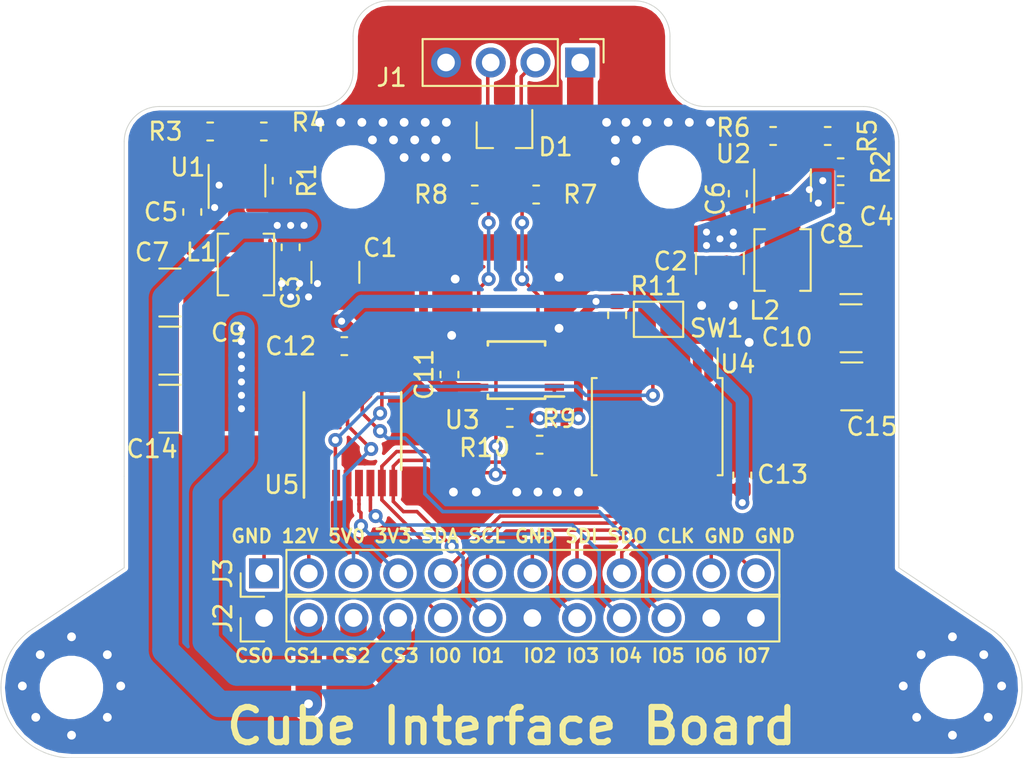
<source format=kicad_pcb>
(kicad_pcb (version 20171130) (host pcbnew 5.1.5-52549c5~84~ubuntu19.04.1)
  (title_block (title "Cube Interface Board") (date 2020-09-15) (rev 2) (company "Oldřich Pecák (LoaDy)") (comment 1 "CERN OHLv2 permissive license?"))
  (layers (0 F.Cu signal) (31 B.Cu signal) (34 B.Paste user) (35 F.Paste user) (36 B.SilkS user) (37 F.SilkS user) (38 B.Mask user) (39 F.Mask user) (44 Edge.Cuts user))
  (net 0 "")
  (net 1 GND)
  (net 2 +12V)
  (net 3 "Net-(C5-Pad2)")
  (net 4 "Net-(C5-Pad1)")
  (net 5 "Net-(C6-Pad2)")
  (net 6 "Net-(C6-Pad1)")
  (net 7 +3V3)
  (net 8 +5V)
  (net 9 "Net-(J2-Pad10)")
  (net 10 "Net-(J2-Pad9)")
  (net 11 "Net-(J2-Pad8)")
  (net 12 /I2C_SCL)
  (net 13 /I2C_SDA)
  (net 14 "Net-(J3-Pad12)")
  (net 15 "Net-(J3-Pad11)")
  (net 16 "Net-(J3-Pad10)")
  (net 17 "Net-(J3-Pad9)")
  (net 18 "Net-(J3-Pad8)")
  (net 19 "Net-(J3-Pad7)")
  (net 20 "Net-(J3-Pad6)")
  (net 21 "Net-(J3-Pad5)")
  (net 22 "Net-(J3-Pad4)")
  (net 23 "Net-(J3-Pad3)")
  (net 24 "Net-(J3-Pad2)")
  (net 25 "Net-(J3-Pad1)")
  (net 26 "Net-(R1-Pad1)")
  (net 27 "Net-(R2-Pad1)")
  (net 28 "Net-(R3-Pad2)")
  (net 29 "Net-(R5-Pad2)")
  (net 30 /RESET)
  (net 31 "Net-(U4-Pad8)")
  (net 32 "Net-(U5-Pad9)")
  (net 33 "Net-(D1-Pad2)")
  (net 34 "Net-(D1-Pad1)")
  (module Package_TO_SOT_SMD:SOT-23 (layer F.Cu) (at 142.9 77.1 270)
    (fp_text reference D1 (at 0.7 -2.9 180) (layer F.SilkS))
    (fp_text value PESD12VS2UT)
    (pad 3 smd rect (at 1 0 270) (size 0.9 0.8) (layers F.Cu F.Paste F.Mask) (net 1 GND))
    (pad 2 smd rect (at -1 0.95 270) (size 0.9 0.8) (layers F.Cu F.Paste F.Mask) (net 33 "Net-(D1-Pad2)"))
    (pad 1 smd rect (at -1 -0.95 270) (size 0.9 0.8) (layers F.Cu F.Paste F.Mask) (net 34 "Net-(D1-Pad1)"))
  )
  (module LoaDy:BOURNS_SRP3020TA (layer F.Cu) (at 158.694 83.27 270)
    (fp_text reference L2 (at 3.81 1.016 180) (layer F.SilkS))
    (fp_text value 4u7)
    (pad 2 smd rect (at 1.9 0 270) (size 1.2 1.8) (drill (offset 0.6 0)) (layers F.Cu F.Paste F.Mask) (net 8 +5V))
    (pad 1 smd rect (at 0 0 270) (size 1.2 1.8) (drill (offset -0.6 0)) (layers F.Cu F.Paste F.Mask) (net 5 "Net-(C6-Pad2)"))
  )
  (module LoaDy:BOURNS_SRP3020TA (layer F.Cu) (at 128.214 83.524 270)
    (fp_text reference L1 (at 0.254 2.54 180) (layer F.SilkS))
    (fp_text value 3u3)
    (pad 2 smd rect (at 1.9 0 270) (size 1.2 1.8) (drill (offset 0.6 0)) (layers F.Cu F.Paste F.Mask) (net 7 +3V3))
    (pad 1 smd rect (at 0 0 270) (size 1.2 1.8) (drill (offset -0.6 0)) (layers F.Cu F.Paste F.Mask) (net 3 "Net-(C5-Pad2)"))
  )
  (module Jumper:SolderJumper-2_P1.3mm_Open_Pad1.0x1.5mm (layer F.Cu) (at 151.65 87.588 180)
    (fp_text reference SW1 (at -3.302 -0.508) (layer F.SilkS))
    (fp_text value RESET)
    (pad 1 smd rect (at -0.65 0 180) (size 1 1.5) (layers F.Cu F.Mask) (net 1 GND))
    (pad 2 smd rect (at 0.65 0 180) (size 1 1.5) (layers F.Cu F.Mask) (net 30 /RESET))
  )
  (module MountingHole:MountingHole_3.2mm_M3_DIN965 (layer F.Cu) (at 168.3 108.5)
    (fp_text reference REF** hide)
    (fp_text value MountingHole_3.2mm_M3_DIN965 hide)
    (pad 1 np_thru_hole circle (at 0 0) (size 3.2 3.2) (drill 3.2) (layers *.Cu *.Mask))
  )
  (module MountingHole:MountingHole_3.2mm_M3_DIN965 (layer F.Cu) (at 118.3 108.5)
    (fp_text reference REF** hide)
    (fp_text value MountingHole_3.2mm_M3_DIN965 hide)
    (pad 1 np_thru_hole circle (at 0 0) (size 3.2 3.2) (drill 3.2) (layers *.Cu *.Mask))
  )
  (module MountingHole:MountingHole_3.2mm_M3_DIN965 (layer F.Cu) (at 152.3 79.5)
    (fp_text reference REF** hide)
    (fp_text value MountingHole_3.2mm_M3_DIN965 hide)
    (pad 1 np_thru_hole circle (at 0 0) (size 3.2 3.2) (drill 3.2) (layers *.Cu *.Mask))
  )
  (module MountingHole:MountingHole_3.2mm_M3_DIN965 (layer F.Cu) (at 134.3 79.5)
    (fp_text reference REF** hide)
    (fp_text value MountingHole_3.2mm_M3_DIN965 hide)
    (pad 1 np_thru_hole circle (at 0 0) (size 3.2 3.2) (drill 3.2) (layers *.Cu *.Mask))
  )
  (module Capacitor_SMD:C_1210_3225Metric (layer F.Cu) (at 162.628 91.398)
    (fp_text reference C15 (at 1.146 2.286) (layer F.SilkS))
    (fp_text value 10u)
    (pad 2 smd roundrect (at 1.4 0) (size 1.25 2.65) (layers F.Cu F.Paste F.Mask) (roundrect_rratio 0.2) (net 1 GND))
    (pad 1 smd roundrect (at -1.4 0) (size 1.25 2.65) (layers F.Cu F.Paste F.Mask) (roundrect_rratio 0.2) (net 8 +5V))
  )
  (module Capacitor_SMD:C_1210_3225Metric (layer F.Cu) (at 123.896 92.668 180)
    (fp_text reference C14 (at 1.016 -2.28) (layer F.SilkS))
    (fp_text value 10u)
    (pad 2 smd roundrect (at 1.4 0 180) (size 1.25 2.65) (layers F.Cu F.Paste F.Mask) (roundrect_rratio 0.2) (net 1 GND))
    (pad 1 smd roundrect (at -1.4 0 180) (size 1.25 2.65) (layers F.Cu F.Paste F.Mask) (roundrect_rratio 0.2) (net 7 +3V3))
  )
  (module Package_SO:TSSOP-16_4.4x5mm_P0.65mm (layer F.Cu) (at 134.31 93.938 90)
    (fp_text reference U5 (at -3.048 -4.064 180) (layer F.SilkS))
    (fp_text value SC18IS602B)
    (pad 16 smd rect (at 2.95 -2.275 90) (size 1.5 0.45) (layers F.Cu F.Paste F.Mask) (net 1 GND))
    (pad 15 smd rect (at 2.95 -1.625 90) (size 1.5 0.45) (layers F.Cu F.Paste F.Mask) (net 1 GND))
    (pad 14 smd rect (at 2.95 -0.975 90) (size 1.5 0.45) (layers F.Cu F.Paste F.Mask) (net 1 GND))
    (pad 13 smd rect (at 2.95 -0.325 90) (size 1.5 0.45) (layers F.Cu F.Paste F.Mask) (net 22 "Net-(J3-Pad4)"))
    (pad 12 smd rect (at 2.95 0.325 90) (size 1.5 0.45) (layers F.Cu F.Paste F.Mask) (net 7 +3V3))
    (pad 11 smd rect (at 2.95 0.975 90) (size 1.5 0.45) (layers F.Cu F.Paste F.Mask) (net 9 "Net-(J2-Pad10)"))
    (pad 10 smd rect (at 2.95 1.625 90) (size 1.5 0.45) (layers F.Cu F.Paste F.Mask) (net 23 "Net-(J3-Pad3)"))
    (pad 9 smd rect (at 2.95 2.275 90) (size 1.5 0.45) (layers F.Cu F.Paste F.Mask) (net 32 "Net-(U5-Pad9)"))
    (pad 8 smd rect (at -2.95 2.275 90) (size 1.5 0.45) (layers F.Cu F.Paste F.Mask) (net 12 /I2C_SCL))
    (pad 7 smd rect (at -2.95 1.625 90) (size 1.5 0.45) (layers F.Cu F.Paste F.Mask) (net 13 /I2C_SDA))
    (pad 6 smd rect (at -2.95 0.975 90) (size 1.5 0.45) (layers F.Cu F.Paste F.Mask) (net 10 "Net-(J2-Pad9)"))
    (pad 5 smd rect (at -2.95 0.325 90) (size 1.5 0.45) (layers F.Cu F.Paste F.Mask) (net 11 "Net-(J2-Pad8)"))
    (pad 4 smd rect (at -2.95 -0.325 90) (size 1.5 0.45) (layers F.Cu F.Paste F.Mask) (net 1 GND))
    (pad 3 smd rect (at -2.95 -0.975 90) (size 1.5 0.45) (layers F.Cu F.Paste F.Mask) (net 30 /RESET))
    (pad 2 smd rect (at -2.95 -1.625 90) (size 1.5 0.45) (layers F.Cu F.Paste F.Mask) (net 24 "Net-(J3-Pad2)"))
    (pad 1 smd rect (at -2.95 -2.275 90) (size 1.5 0.45) (layers F.Cu F.Paste F.Mask) (net 25 "Net-(J3-Pad1)"))
  )
  (module Package_SO:SSOP-20_5.3x7.2mm_P0.65mm (layer F.Cu) (at 151.575 93.684 270)
    (fp_text reference U4 (at -3.556 -4.579 180) (layer F.SilkS))
    (fp_text value MCP23008SS)
    (pad 20 smd roundrect (at 3.5 -2.925 270) (size 1.9 0.5) (layers F.Cu F.Paste F.Mask) (net 7 +3V3))
    (pad 19 smd roundrect (at 3.5 -2.275 270) (size 1.9 0.5) (layers F.Cu F.Paste F.Mask) (net 14 "Net-(J3-Pad12)"))
    (pad 18 smd roundrect (at 3.5 -1.625 270) (size 1.9 0.5) (layers F.Cu F.Paste F.Mask) (net 15 "Net-(J3-Pad11)"))
    (pad 17 smd roundrect (at 3.5 -0.975 270) (size 1.9 0.5) (layers F.Cu F.Paste F.Mask) (net 16 "Net-(J3-Pad10)"))
    (pad 16 smd roundrect (at 3.5 -0.325 270) (size 1.9 0.5) (layers F.Cu F.Paste F.Mask) (net 17 "Net-(J3-Pad9)"))
    (pad 15 smd roundrect (at 3.5 0.325 270) (size 1.9 0.5) (layers F.Cu F.Paste F.Mask) (net 18 "Net-(J3-Pad8)"))
    (pad 14 smd roundrect (at 3.5 0.975 270) (size 1.9 0.5) (layers F.Cu F.Paste F.Mask) (net 19 "Net-(J3-Pad7)"))
    (pad 13 smd roundrect (at 3.5 1.625 270) (size 1.9 0.5) (layers F.Cu F.Paste F.Mask) (net 20 "Net-(J3-Pad6)"))
    (pad 12 smd roundrect (at 3.5 2.275 270) (size 1.9 0.5) (layers F.Cu F.Paste F.Mask) (net 21 "Net-(J3-Pad5)"))
    (pad 11 smd roundrect (at 3.5 2.925 270) (size 1.9 0.5) (layers F.Cu F.Paste F.Mask))
    (pad 10 smd roundrect (at -3.5 2.925 270) (size 1.9 0.5) (layers F.Cu F.Paste F.Mask))
    (pad 9 smd roundrect (at -3.5 2.275 270) (size 1.9 0.5) (layers F.Cu F.Paste F.Mask) (net 1 GND))
    (pad 8 smd roundrect (at -3.5 1.625 270) (size 1.9 0.5) (layers F.Cu F.Paste F.Mask) (net 31 "Net-(U4-Pad8)"))
    (pad 7 smd roundrect (at -3.5 0.975 270) (size 1.9 0.5) (layers F.Cu F.Paste F.Mask))
    (pad 6 smd roundrect (at -3.5 0.325 270) (size 1.9 0.5) (layers F.Cu F.Paste F.Mask) (net 30 /RESET))
    (pad 5 smd roundrect (at -3.5 -0.325 270) (size 1.9 0.5) (layers F.Cu F.Paste F.Mask) (net 1 GND))
    (pad 4 smd roundrect (at -3.5 -0.975 270) (size 1.9 0.5) (layers F.Cu F.Paste F.Mask) (net 1 GND))
    (pad 3 smd roundrect (at -3.5 -1.625 270) (size 1.9 0.5) (layers F.Cu F.Paste F.Mask) (net 1 GND))
    (pad 2 smd roundrect (at -3.5 -2.275 270) (size 1.9 0.5) (layers F.Cu F.Paste F.Mask) (net 13 /I2C_SDA))
    (pad 1 smd roundrect (at -3.5 -2.925 270) (size 1.9 0.5) (layers F.Cu F.Paste F.Mask) (net 12 /I2C_SCL))
  )
  (module Package_SO:TSSOP-8_3x3mm_P0.65mm (layer F.Cu) (at 143.583 90.473 180)
    (fp_text reference U3 (at 3.083 -2.827) (layer F.SilkS))
    (fp_text value PCA9600DP)
    (pad 8 smd rect (at 2.15 -0.975 180) (size 1.1 0.4) (layers F.Cu F.Paste F.Mask) (net 2 +12V))
    (pad 7 smd rect (at 2.15 -0.325 180) (size 1.1 0.4) (layers F.Cu F.Paste F.Mask) (net 12 /I2C_SCL))
    (pad 6 smd rect (at 2.15 0.325 180) (size 1.1 0.4) (layers F.Cu F.Paste F.Mask) (net 33 "Net-(D1-Pad2)"))
    (pad 5 smd rect (at 2.15 0.975 180) (size 1.1 0.4) (layers F.Cu F.Paste F.Mask) (net 33 "Net-(D1-Pad2)"))
    (pad 4 smd rect (at -2.15 0.975 180) (size 1.1 0.4) (layers F.Cu F.Paste F.Mask) (net 1 GND))
    (pad 3 smd rect (at -2.15 0.325 180) (size 1.1 0.4) (layers F.Cu F.Paste F.Mask) (net 34 "Net-(D1-Pad1)"))
    (pad 2 smd rect (at -2.15 -0.325 180) (size 1.1 0.4) (layers F.Cu F.Paste F.Mask) (net 34 "Net-(D1-Pad1)"))
    (pad 1 smd rect (at -2.15 -0.975 180) (size 1.1 0.4) (layers F.Cu F.Paste F.Mask) (net 13 /I2C_SDA))
  )
  (module Package_TO_SOT_SMD:SOT-23-6 (layer F.Cu) (at 158.694 79.968 90)
    (fp_text reference U2 (at 1.778 -2.794 180) (layer F.SilkS))
    (fp_text value TPS563200)
    (pad 5 smd rect (at 1.1 0 90) (size 1.06 0.65) (layers F.Cu F.Paste F.Mask) (net 27 "Net-(R2-Pad1)"))
    (pad 6 smd rect (at 1.1 -0.95 90) (size 1.06 0.65) (layers F.Cu F.Paste F.Mask) (net 6 "Net-(C6-Pad1)"))
    (pad 4 smd rect (at 1.1 0.95 90) (size 1.06 0.65) (layers F.Cu F.Paste F.Mask) (net 29 "Net-(R5-Pad2)"))
    (pad 3 smd rect (at -1.1 0.95 90) (size 1.06 0.65) (layers F.Cu F.Paste F.Mask) (net 2 +12V))
    (pad 2 smd rect (at -1.1 0 90) (size 1.06 0.65) (layers F.Cu F.Paste F.Mask) (net 5 "Net-(C6-Pad2)"))
    (pad 1 smd rect (at -1.1 -0.95 90) (size 1.06 0.65) (layers F.Cu F.Paste F.Mask) (net 1 GND))
  )
  (module Package_TO_SOT_SMD:SOT-23-6 (layer F.Cu) (at 127.706 79.714 90)
    (fp_text reference U1 (at 0.762 -2.794 180) (layer F.SilkS))
    (fp_text value TPS563200)
    (pad 5 smd rect (at 1.1 0 90) (size 1.06 0.65) (layers F.Cu F.Paste F.Mask) (net 26 "Net-(R1-Pad1)"))
    (pad 6 smd rect (at 1.1 -0.95 90) (size 1.06 0.65) (layers F.Cu F.Paste F.Mask) (net 4 "Net-(C5-Pad1)"))
    (pad 4 smd rect (at 1.1 0.95 90) (size 1.06 0.65) (layers F.Cu F.Paste F.Mask) (net 28 "Net-(R3-Pad2)"))
    (pad 3 smd rect (at -1.1 0.95 90) (size 1.06 0.65) (layers F.Cu F.Paste F.Mask) (net 2 +12V))
    (pad 2 smd rect (at -1.1 0 90) (size 1.06 0.65) (layers F.Cu F.Paste F.Mask) (net 3 "Net-(C5-Pad2)"))
    (pad 1 smd rect (at -1.1 -0.95 90) (size 1.06 0.65) (layers F.Cu F.Paste F.Mask) (net 1 GND))
  )
  (module Resistor_SMD:R_0603_1608Metric (layer F.Cu) (at 149.3 87.3595 270)
    (fp_text reference R11 (at -1.6595 -2.2 180) (layer F.SilkS))
    (fp_text value 4K7)
    (pad 2 smd roundrect (at 0.7875 0 270) (size 0.875 0.95) (layers F.Cu F.Paste F.Mask) (net 30 /RESET))
    (pad 1 smd roundrect (at -0.7875 0 270) (size 0.875 0.95) (layers F.Cu F.Paste F.Mask) (net 7 +3V3))
  )
  (module Resistor_SMD:R_0603_1608Metric (layer F.Cu) (at 144.8985 94.712)
    (fp_text reference R10 (at -3.1295 0.175) (layer F.SilkS))
    (fp_text value 4K7)
    (pad 2 smd roundrect (at 0.7875 0) (size 0.875 0.95) (layers F.Cu F.Paste F.Mask) (net 13 /I2C_SDA))
    (pad 1 smd roundrect (at -0.7875 0) (size 0.875 0.95) (layers F.Cu F.Paste F.Mask) (net 7 +3V3))
  )
  (module Resistor_SMD:R_0603_1608Metric (layer F.Cu) (at 143.202 93.188 180)
    (fp_text reference R9 (at -2.798 -0.048) (layer F.SilkS))
    (fp_text value 4K7)
    (pad 2 smd roundrect (at 0.7875 0 180) (size 0.875 0.95) (layers F.Cu F.Paste F.Mask) (net 12 /I2C_SCL))
    (pad 1 smd roundrect (at -0.7875 0 180) (size 0.875 0.95) (layers F.Cu F.Paste F.Mask) (net 7 +3V3))
  )
  (module Resistor_SMD:R_0603_1608Metric (layer F.Cu) (at 141.2125 80.5)
    (fp_text reference R8 (at -2.484 0) (layer F.SilkS))
    (fp_text value 2K2)
    (pad 2 smd roundrect (at 0.7875 0) (size 0.875 0.95) (layers F.Cu F.Paste F.Mask) (net 33 "Net-(D1-Pad2)"))
    (pad 1 smd roundrect (at -0.7875 0) (size 0.875 0.95) (layers F.Cu F.Paste F.Mask) (net 2 +12V))
  )
  (module Resistor_SMD:R_0603_1608Metric (layer F.Cu) (at 144.7 80.5 180)
    (fp_text reference R7 (at -2.5 0) (layer F.SilkS))
    (fp_text value 2K2)
    (pad 2 smd roundrect (at 0.7875 0 180) (size 0.875 0.95) (layers F.Cu F.Paste F.Mask) (net 34 "Net-(D1-Pad1)"))
    (pad 1 smd roundrect (at -0.7875 0 180) (size 0.875 0.95) (layers F.Cu F.Paste F.Mask) (net 2 +12V))
  )
  (module Resistor_SMD:R_0603_1608Metric (layer F.Cu) (at 158.1605 77.174 180)
    (fp_text reference R6 (at 2.2605 0.474) (layer F.SilkS))
    (fp_text value 10K)
    (pad 2 smd roundrect (at 0.7875 0 180) (size 0.875 0.95) (layers F.Cu F.Paste F.Mask) (net 1 GND))
    (pad 1 smd roundrect (at -0.7875 0 180) (size 0.875 0.95) (layers F.Cu F.Paste F.Mask) (net 29 "Net-(R5-Pad2)"))
  )
  (module Resistor_SMD:R_0603_1608Metric (layer F.Cu) (at 161.2595 77.174 180)
    (fp_text reference R5 (at -2.2605 0 270) (layer F.SilkS))
    (fp_text value 54K9)
    (pad 2 smd roundrect (at 0.7875 0 180) (size 0.875 0.95) (layers F.Cu F.Paste F.Mask) (net 29 "Net-(R5-Pad2)"))
    (pad 1 smd roundrect (at -0.7875 0 180) (size 0.875 0.95) (layers F.Cu F.Paste F.Mask) (net 8 +5V))
  )
  (module Resistor_SMD:R_0603_1608Metric (layer F.Cu) (at 129.23 76.92)
    (fp_text reference R4 (at 2.54 -0.508) (layer F.SilkS))
    (fp_text value 10K)
    (pad 2 smd roundrect (at 0.7875 0) (size 0.875 0.95) (layers F.Cu F.Paste F.Mask) (net 1 GND))
    (pad 1 smd roundrect (at -0.7875 0) (size 0.875 0.95) (layers F.Cu F.Paste F.Mask) (net 28 "Net-(R3-Pad2)"))
  )
  (module Resistor_SMD:R_0603_1608Metric (layer F.Cu) (at 126.182 76.92)
    (fp_text reference R3 (at -2.54 0) (layer F.SilkS))
    (fp_text value 33K2)
    (pad 2 smd roundrect (at 0.7875 0) (size 0.875 0.95) (layers F.Cu F.Paste F.Mask) (net 28 "Net-(R3-Pad2)"))
    (pad 1 smd roundrect (at -0.7875 0) (size 0.875 0.95) (layers F.Cu F.Paste F.Mask) (net 7 +3V3))
  )
  (module Resistor_SMD:R_0603_1608Metric (layer F.Cu) (at 161.996 78.952 180)
    (fp_text reference R2 (at -2.286 0 90) (layer F.SilkS))
    (fp_text value 10K)
    (pad 2 smd roundrect (at 0.7875 0 180) (size 0.875 0.95) (layers F.Cu F.Paste F.Mask) (net 2 +12V))
    (pad 1 smd roundrect (at -0.7875 0 180) (size 0.875 0.95) (layers F.Cu F.Paste F.Mask) (net 27 "Net-(R2-Pad1)"))
  )
  (module Resistor_SMD:R_0603_1608Metric (layer F.Cu) (at 130.246 79.714 270)
    (fp_text reference R1 (at 0 -1.43 90) (layer F.SilkS))
    (fp_text value 10K)
    (pad 2 smd roundrect (at 0.7875 0 270) (size 0.875 0.95) (layers F.Cu F.Paste F.Mask) (net 2 +12V))
    (pad 1 smd roundrect (at -0.7875 0 270) (size 0.875 0.95) (layers F.Cu F.Paste F.Mask) (net 26 "Net-(R1-Pad1)"))
  )
  (module Connector_PinHeader_2.54mm:PinHeader_1x12_P2.54mm_Vertical (layer F.Cu) (at 129.243 102.017 90)
    (fp_text reference J3 (at 0 -2.33 90) (layer F.SilkS))
    (fp_text value Conn_01x12)
    (pad 12 thru_hole oval (at 0 27.94 90) (size 1.7 1.7) (drill 1) (layers *.Cu *.Mask) (net 14 "Net-(J3-Pad12)"))
    (pad 11 thru_hole oval (at 0 25.4 90) (size 1.7 1.7) (drill 1) (layers *.Cu *.Mask) (net 15 "Net-(J3-Pad11)"))
    (pad 10 thru_hole oval (at 0 22.86 90) (size 1.7 1.7) (drill 1) (layers *.Cu *.Mask) (net 16 "Net-(J3-Pad10)"))
    (pad 9 thru_hole oval (at 0 20.32 90) (size 1.7 1.7) (drill 1) (layers *.Cu *.Mask) (net 17 "Net-(J3-Pad9)"))
    (pad 8 thru_hole oval (at 0 17.78 90) (size 1.7 1.7) (drill 1) (layers *.Cu *.Mask) (net 18 "Net-(J3-Pad8)"))
    (pad 7 thru_hole oval (at 0 15.24 90) (size 1.7 1.7) (drill 1) (layers *.Cu *.Mask) (net 19 "Net-(J3-Pad7)"))
    (pad 6 thru_hole oval (at 0 12.7 90) (size 1.7 1.7) (drill 1) (layers *.Cu *.Mask) (net 20 "Net-(J3-Pad6)"))
    (pad 5 thru_hole oval (at 0 10.16 90) (size 1.7 1.7) (drill 1) (layers *.Cu *.Mask) (net 21 "Net-(J3-Pad5)"))
    (pad 4 thru_hole oval (at 0 7.62 90) (size 1.7 1.7) (drill 1) (layers *.Cu *.Mask) (net 22 "Net-(J3-Pad4)"))
    (pad 3 thru_hole oval (at 0 5.08 90) (size 1.7 1.7) (drill 1) (layers *.Cu *.Mask) (net 23 "Net-(J3-Pad3)"))
    (pad 2 thru_hole oval (at 0 2.54 90) (size 1.7 1.7) (drill 1) (layers *.Cu *.Mask) (net 24 "Net-(J3-Pad2)"))
    (pad 1 thru_hole rect (at 0 0 90) (size 1.7 1.7) (drill 1) (layers *.Cu *.Mask) (net 25 "Net-(J3-Pad1)"))
  )
  (module Connector_PinHeader_2.54mm:PinHeader_1x12_P2.54mm_Vertical (layer F.Cu) (at 129.243 104.557 90)
    (fp_text reference J2 (at 0 -2.33 90) (layer F.SilkS))
    (fp_text value Conn_01x12)
    (pad 12 thru_hole oval (at 0 27.94 90) (size 1.7 1.7) (drill 1) (layers *.Cu *.Mask) (net 1 GND))
    (pad 11 thru_hole oval (at 0 25.4 90) (size 1.7 1.7) (drill 1) (layers *.Cu *.Mask) (net 1 GND))
    (pad 10 thru_hole oval (at 0 22.86 90) (size 1.7 1.7) (drill 1) (layers *.Cu *.Mask) (net 9 "Net-(J2-Pad10)"))
    (pad 9 thru_hole oval (at 0 20.32 90) (size 1.7 1.7) (drill 1) (layers *.Cu *.Mask) (net 10 "Net-(J2-Pad9)"))
    (pad 8 thru_hole oval (at 0 17.78 90) (size 1.7 1.7) (drill 1) (layers *.Cu *.Mask) (net 11 "Net-(J2-Pad8)"))
    (pad 7 thru_hole oval (at 0 15.24 90) (size 1.7 1.7) (drill 1) (layers *.Cu *.Mask) (net 1 GND))
    (pad 6 thru_hole oval (at 0 12.7 90) (size 1.7 1.7) (drill 1) (layers *.Cu *.Mask) (net 12 /I2C_SCL))
    (pad 5 thru_hole oval (at 0 10.16 90) (size 1.7 1.7) (drill 1) (layers *.Cu *.Mask) (net 13 /I2C_SDA))
    (pad 4 thru_hole oval (at 0 7.62 90) (size 1.7 1.7) (drill 1) (layers *.Cu *.Mask) (net 7 +3V3))
    (pad 3 thru_hole oval (at 0 5.08 90) (size 1.7 1.7) (drill 1) (layers *.Cu *.Mask) (net 8 +5V))
    (pad 2 thru_hole oval (at 0 2.54 90) (size 1.7 1.7) (drill 1) (layers *.Cu *.Mask) (net 2 +12V))
    (pad 1 thru_hole rect (at 0 0 90) (size 1.7 1.7) (drill 1) (layers *.Cu *.Mask) (net 1 GND))
  )
  (module Connector_PinHeader_2.54mm:PinHeader_1x04_P2.54mm_Vertical (layer F.Cu) (at 147.2 73 270)
    (fp_text reference J1 (at 0.856 10.71 180) (layer F.SilkS))
    (fp_text value INPUT)
    (pad 4 thru_hole oval (at 0 7.62 270) (size 1.7 1.7) (drill 1) (layers *.Cu *.Mask) (net 1 GND))
    (pad 3 thru_hole oval (at 0 5.08 270) (size 1.7 1.7) (drill 1) (layers *.Cu *.Mask) (net 33 "Net-(D1-Pad2)"))
    (pad 2 thru_hole oval (at 0 2.54 270) (size 1.7 1.7) (drill 1) (layers *.Cu *.Mask) (net 34 "Net-(D1-Pad1)"))
    (pad 1 thru_hole rect (at 0 0 270) (size 1.7 1.7) (drill 1) (layers *.Cu *.Mask) (net 2 +12V))
  )
  (module Capacitor_SMD:C_0603_1608Metric (layer F.Cu) (at 156.408 96.4525 90)
    (fp_text reference C13 (at 0.0525 2.292 180) (layer F.SilkS))
    (fp_text value 100n)
    (pad 2 smd roundrect (at 0.7875 0 90) (size 0.875 0.95) (layers F.Cu F.Paste F.Mask) (net 1 GND))
    (pad 1 smd roundrect (at -0.7875 0 90) (size 0.875 0.95) (layers F.Cu F.Paste F.Mask) (net 7 +3V3))
  )
  (module Capacitor_SMD:C_0603_1608Metric (layer F.Cu) (at 133.802 89.112 180)
    (fp_text reference C12 (at 3.048 0) (layer F.SilkS))
    (fp_text value 100n)
    (pad 2 smd roundrect (at 0.7875 0 180) (size 0.875 0.95) (layers F.Cu F.Paste F.Mask) (net 1 GND))
    (pad 1 smd roundrect (at -0.7875 0 180) (size 0.875 0.95) (layers F.Cu F.Paste F.Mask) (net 7 +3V3))
  )
  (module Capacitor_SMD:C_0603_1608Metric (layer F.Cu) (at 139.773 90.727 90)
    (fp_text reference C11 (at 0 -1.43 90) (layer F.SilkS))
    (fp_text value 100n)
    (pad 2 smd roundrect (at 0.7875 0 90) (size 0.875 0.95) (layers F.Cu F.Paste F.Mask) (net 1 GND))
    (pad 1 smd roundrect (at -0.7875 0 90) (size 0.875 0.95) (layers F.Cu F.Paste F.Mask) (net 2 +12V))
  )
  (module Capacitor_SMD:C_1210_3225Metric (layer F.Cu) (at 162.584 88.096)
    (fp_text reference C10 (at -3.636 0.508) (layer F.SilkS))
    (fp_text value 10u)
    (pad 2 smd roundrect (at 1.4 0) (size 1.25 2.65) (layers F.Cu F.Paste F.Mask) (roundrect_rratio 0.2) (net 1 GND))
    (pad 1 smd roundrect (at -1.4 0) (size 1.25 2.65) (layers F.Cu F.Paste F.Mask) (roundrect_rratio 0.2) (net 8 +5V))
  )
  (module Capacitor_SMD:C_1210_3225Metric (layer F.Cu) (at 123.896 89.366 180)
    (fp_text reference C9 (at -3.302 1.016) (layer F.SilkS))
    (fp_text value 10u)
    (pad 2 smd roundrect (at 1.4 0 180) (size 1.25 2.65) (layers F.Cu F.Paste F.Mask) (roundrect_rratio 0.2) (net 1 GND))
    (pad 1 smd roundrect (at -1.4 0 180) (size 1.25 2.65) (layers F.Cu F.Paste F.Mask) (roundrect_rratio 0.2) (net 7 +3V3))
  )
  (module Capacitor_SMD:C_1210_3225Metric (layer F.Cu) (at 162.584 84.794)
    (fp_text reference C8 (at -0.842 -2.032) (layer F.SilkS))
    (fp_text value 10u)
    (pad 2 smd roundrect (at 1.4 0) (size 1.25 2.65) (layers F.Cu F.Paste F.Mask) (roundrect_rratio 0.2) (net 1 GND))
    (pad 1 smd roundrect (at -1.4 0) (size 1.25 2.65) (layers F.Cu F.Paste F.Mask) (roundrect_rratio 0.2) (net 8 +5V))
  )
  (module Capacitor_SMD:C_1210_3225Metric (layer F.Cu) (at 123.896 86.064 180)
    (fp_text reference C7 (at 1.016 2.286) (layer F.SilkS))
    (fp_text value 10u)
    (pad 2 smd roundrect (at 1.4 0 180) (size 1.25 2.65) (layers F.Cu F.Paste F.Mask) (roundrect_rratio 0.2) (net 1 GND))
    (pad 1 smd roundrect (at -1.4 0 180) (size 1.25 2.65) (layers F.Cu F.Paste F.Mask) (roundrect_rratio 0.2) (net 7 +3V3))
  )
  (module Capacitor_SMD:C_0603_1608Metric (layer F.Cu) (at 156.154 80.4505 270)
    (fp_text reference C6 (at 0.2795 1.27 90) (layer F.SilkS))
    (fp_text value 100n)
    (pad 2 smd roundrect (at 0.7875 0 270) (size 0.875 0.95) (layers F.Cu F.Paste F.Mask) (net 5 "Net-(C6-Pad2)"))
    (pad 1 smd roundrect (at -0.7875 0 270) (size 0.875 0.95) (layers F.Cu F.Paste F.Mask) (net 6 "Net-(C6-Pad1)"))
  )
  (module Capacitor_SMD:C_0603_1608Metric (layer F.Cu) (at 125.166 81.492 270)
    (fp_text reference C5 (at 0 1.778 180) (layer F.SilkS))
    (fp_text value 100n)
    (pad 2 smd roundrect (at 0.7875 0 270) (size 0.875 0.95) (layers F.Cu F.Paste F.Mask) (net 3 "Net-(C5-Pad2)"))
    (pad 1 smd roundrect (at -0.7875 0 270) (size 0.875 0.95) (layers F.Cu F.Paste F.Mask) (net 4 "Net-(C5-Pad1)"))
  )
  (module Capacitor_SMD:C_0603_1608Metric (layer F.Cu) (at 161.996 80.476)
    (fp_text reference C4 (at 2.032 1.27) (layer F.SilkS))
    (fp_text value 100n)
    (pad 2 smd roundrect (at 0.7875 0) (size 0.875 0.95) (layers F.Cu F.Paste F.Mask) (net 1 GND))
    (pad 1 smd roundrect (at -0.7875 0) (size 0.875 0.95) (layers F.Cu F.Paste F.Mask) (net 2 +12V))
  )
  (module Capacitor_SMD:C_0603_1608Metric (layer F.Cu) (at 130.754 83.4985 270)
    (fp_text reference C3 (at 2.5655 0 90) (layer F.SilkS))
    (fp_text value 100n)
    (pad 2 smd roundrect (at 0.7875 0 270) (size 0.875 0.95) (layers F.Cu F.Paste F.Mask) (net 1 GND))
    (pad 1 smd roundrect (at -0.7875 0 270) (size 0.875 0.95) (layers F.Cu F.Paste F.Mask) (net 2 +12V))
  )
  (module Capacitor_SMD:C_1210_3225Metric (layer F.Cu) (at 155.138 84.416 270)
    (fp_text reference C2 (at -0.124 2.794 180) (layer F.SilkS))
    (fp_text value 10u)
    (pad 2 smd roundrect (at 1.4 0 270) (size 1.25 2.65) (layers F.Cu F.Paste F.Mask) (roundrect_rratio 0.2) (net 1 GND))
    (pad 1 smd roundrect (at -1.4 0 270) (size 1.25 2.65) (layers F.Cu F.Paste F.Mask) (roundrect_rratio 0.2) (net 2 +12V))
  )
  (module Capacitor_SMD:C_1210_3225Metric (layer F.Cu) (at 133.294 84.918 270)
    (fp_text reference C1 (at -1.394 -2.54 180) (layer F.SilkS))
    (fp_text value 10u)
    (pad 2 smd roundrect (at 1.4 0 270) (size 1.25 2.65) (layers F.Cu F.Paste F.Mask) (roundrect_rratio 0.2) (net 1 GND))
    (pad 1 smd roundrect (at -1.4 0 270) (size 1.25 2.65) (layers F.Cu F.Paste F.Mask) (roundrect_rratio 0.2) (net 2 +12V))
  )
  (gr_arc (start 154.3 73.5) (end 152.3 73.5) (angle -90) (layer Edge.Cuts) (width 0.05))
  (gr_arc (start 132.3 73.5) (end 132.3 75.5) (angle -90) (layer Edge.Cuts) (width 0.05))
  (gr_arc (start 136.3 71.5) (end 136.3 69.5) (angle -90) (layer Edge.Cuts) (width 0.05))
  (gr_arc (start 150.3 71.5) (end 152.3 71.5) (angle -90) (layer Edge.Cuts) (width 0.05))
  (gr_line (start 134.3 73.5) (end 134.3 71.5) (layer Edge.Cuts) (width 0.05))
  (gr_line (start 123.3 75.5) (end 132.3 75.5) (layer Edge.Cuts) (width 0.05))
  (gr_line (start 152.3 73.5) (end 152.3 71.5) (layer Edge.Cuts) (width 0.05))
  (gr_line (start 163.3 75.5) (end 154.3 75.5) (layer Edge.Cuts) (width 0.05))
  (gr_arc (start 123.3 77.5) (end 123.3 75.5) (angle -90) (layer Edge.Cuts) (width 0.05))
  (gr_arc (start 163.3 77.5) (end 165.3 77.5) (angle -90) (layer Edge.Cuts) (width 0.05))
  (gr_text "Cube Interface Board" (at 143.3 110.7) (layer F.SilkS) (effects (font (size 2 2) (thickness 0.35))))
  (gr_line (start 121.3 101.7) (end 121.3 96.5) (layer Edge.Cuts) (width 0.05))
  (gr_line (start 115.9 105.300001) (end 121.3 101.7) (layer Edge.Cuts) (width 0.05))
  (gr_line (start 165.3 101.7) (end 165.3 96.5) (layer Edge.Cuts) (width 0.05))
  (gr_line (start 170.7 105.3) (end 165.3 101.7) (layer Edge.Cuts) (width 0.05))
  (gr_arc (start 118.3 108.5) (end 115.9 105.300001) (angle -53.13010235) (layer Edge.Cuts) (width 0.05))
  (gr_arc (start 118.3 108.5) (end 114.3 108.5) (angle -90) (layer Edge.Cuts) (width 0.05))
  (gr_arc (start 168.3 108.5) (end 168.3 112.5) (angle -143.1301024) (layer Edge.Cuts) (width 0.05))
  (gr_text " IO2 IO3 IO4 IO5 IO6 IO7" (at 150.7 106.7) (layer F.SilkS) (effects (font (size 0.75 0.75))))
  (gr_text "GND 12V 5V0 3V3 SDA SCL GND SDI SDO CLK GND GND" (at 127.3 99.9) (layer F.SilkS) (effects (font (size 0.75 0.75)) (justify left)))
  (gr_text "CS0 CS1 CS2 CS3 IO0 IO1" (at 127.5 106.7) (layer F.SilkS) (effects (font (size 0.75 0.75)) (justify left)))
  (gr_line (start 165.3 77.5) (end 165.3 96.5) (layer Edge.Cuts) (width 0.05))
  (gr_line (start 136.3 69.5) (end 150.3 69.5) (layer Edge.Cuts) (width 0.05))
  (gr_line (start 121.3 96.5) (end 121.3 77.5) (layer Edge.Cuts) (width 0.05))
  (gr_line (start 168.3 112.5) (end 118.3 112.5) (layer Edge.Cuts) (width 0.05))
  (gr_line (start 172.3 108.5) (end 172.3 108.5) (layer Edge.Cuts) (width 0.05))
  (via (at 126.436 81.238) (size 0.8) (drill 0.4) (layers F.Cu B.Cu) (net 1))
  (via (at 126.69 79.968) (size 0.8) (drill 0.4) (layers F.Cu B.Cu) (net 1))
  (via (at 130.246 85.556) (size 0.8) (drill 0.4) (layers F.Cu B.Cu) (net 1))
  (via (at 131.262 85.556) (size 0.8) (drill 0.4) (layers F.Cu B.Cu) (net 1))
  (via (at 132.278 85.556) (size 0.8) (drill 0.4) (layers F.Cu B.Cu) (net 1))
  (via (at 130.754 86.318) (size 0.8) (drill 0.4) (layers F.Cu B.Cu) (net 1))
  (via (at 131.77 86.318) (size 0.8) (drill 0.4) (layers F.Cu B.Cu) (net 1))
  (via (at 168.346 105.622) (size 1) (drill 0.5) (layers F.Cu B.Cu) (net 1))
  (via (at 168.346 111.21) (size 1) (drill 0.5) (layers F.Cu B.Cu) (net 1))
  (via (at 171.14 108.416) (size 1) (drill 0.5) (layers F.Cu B.Cu) (net 1))
  (via (at 165.552 108.416) (size 1) (drill 0.5) (layers F.Cu B.Cu) (net 1))
  (via (at 166.568 106.638) (size 1) (drill 0.5) (layers F.Cu B.Cu) (net 1))
  (via (at 170.124 106.638) (size 1) (drill 0.5) (layers F.Cu B.Cu) (net 1))
  (via (at 170.378 110.194) (size 1) (drill 0.5) (layers F.Cu B.Cu) (net 1))
  (via (at 166.314 110.194) (size 1) (drill 0.5) (layers F.Cu B.Cu) (net 1))
  (via (at 118.308 105.622) (size 1) (drill 0.5) (layers F.Cu B.Cu) (net 1))
  (via (at 118.308 111.21) (size 1) (drill 0.5) (layers F.Cu B.Cu) (net 1))
  (via (at 121.102 108.416) (size 1) (drill 0.5) (layers F.Cu B.Cu) (net 1))
  (via (at 115.514 108.416) (size 1) (drill 0.5) (layers F.Cu B.Cu) (net 1))
  (via (at 116.53 106.638) (size 1) (drill 0.5) (layers F.Cu B.Cu) (net 1))
  (via (at 120.34 106.638) (size 1) (drill 0.5) (layers F.Cu B.Cu) (net 1))
  (via (at 120.34 110.194) (size 1) (drill 0.5) (layers F.Cu B.Cu) (net 1))
  (via (at 116.276 110.194) (size 1) (drill 0.5) (layers F.Cu B.Cu) (net 1))
  (via (at 147.1 97.4) (size 1) (drill 0.5) (layers F.Cu B.Cu) (net 1))
  (via (at 145.9 97.4) (size 1) (drill 0.5) (layers F.Cu B.Cu) (net 1))
  (via (at 144.8 97.4) (size 1) (drill 0.5) (layers F.Cu B.Cu) (net 1))
  (via (at 143.6 97.4) (size 1) (drill 0.5) (layers F.Cu B.Cu) (net 1))
  (via (at 141.3 97.4) (size 1) (drill 0.5) (layers F.Cu B.Cu) (net 1))
  (via (at 140 97.4) (size 1) (drill 0.5) (layers F.Cu B.Cu) (net 1))
  (via (at 146 88.1) (size 1) (drill 0.5) (layers F.Cu B.Cu) (net 1))
  (via (at 156.8 88.9) (size 1) (drill 0.5) (layers F.Cu B.Cu) (net 1))
  (via (at 154.1 86.8) (size 1) (drill 0.5) (layers F.Cu B.Cu) (net 1))
  (via (at 155.9 86.8) (size 1) (drill 0.5) (layers F.Cu B.Cu) (net 1))
  (via (at 139.9 88.5) (size 1) (drill 0.5) (layers F.Cu B.Cu) (net 1))
  (via (at 154.6 76.4) (size 1) (drill 0.5) (layers F.Cu B.Cu) (net 1))
  (via (at 153.4 76.4) (size 1) (drill 0.5) (layers F.Cu B.Cu) (net 1))
  (via (at 152.2 76.4) (size 1) (drill 0.5) (layers F.Cu B.Cu) (net 1))
  (via (at 151 76.4) (size 1) (drill 0.5) (layers F.Cu B.Cu) (net 1))
  (via (at 149.8 76.4) (size 1) (drill 0.5) (layers F.Cu B.Cu) (net 1))
  (via (at 148.7 76.4) (size 1) (drill 0.5) (layers F.Cu B.Cu) (net 1))
  (via (at 150.4 77.4) (size 1) (drill 0.5) (layers F.Cu B.Cu) (net 1))
  (via (at 149.2 77.4) (size 1) (drill 0.5) (layers F.Cu B.Cu) (net 1))
  (via (at 149.2 78.6) (size 1) (drill 0.5) (layers F.Cu B.Cu) (net 1))
  (via (at 140.1 85.3) (size 1) (drill 0.5) (layers F.Cu B.Cu) (net 1))
  (via (at 146 85.2) (size 1) (drill 0.5) (layers F.Cu B.Cu) (net 1))
  (via (at 132.4 76.4) (size 1) (drill 0.5) (layers F.Cu B.Cu) (net 1))
  (via (at 133.6 76.4) (size 1) (drill 0.5) (layers F.Cu B.Cu) (net 1))
  (via (at 134.8 76.4) (size 1) (drill 0.5) (layers F.Cu B.Cu) (net 1))
  (via (at 136 76.4) (size 1) (drill 0.5) (layers F.Cu B.Cu) (net 1))
  (via (at 137.2 76.4) (size 1) (drill 0.5) (layers F.Cu B.Cu) (net 1))
  (via (at 138.4 76.4) (size 1) (drill 0.5) (layers F.Cu B.Cu) (net 1))
  (via (at 139.6 76.4) (size 1) (drill 0.5) (layers F.Cu B.Cu) (net 1))
  (via (at 139 77.4) (size 1) (drill 0.5) (layers F.Cu B.Cu) (net 1))
  (via (at 137.8 77.4) (size 1) (drill 0.5) (layers F.Cu B.Cu) (net 1))
  (via (at 136.6 77.4) (size 1) (drill 0.5) (layers F.Cu B.Cu) (net 1))
  (via (at 135.4 77.4) (size 1) (drill 0.5) (layers F.Cu B.Cu) (net 1))
  (via (at 137.2 78.4) (size 1) (drill 0.5) (layers F.Cu B.Cu) (net 1))
  (via (at 138.4 78.4) (size 1) (drill 0.5) (layers F.Cu B.Cu) (net 1))
  (via (at 139.6 78.4) (size 1) (drill 0.5) (layers F.Cu B.Cu) (net 1))
  (via (at 154.376 83.397) (size 0.8) (drill 0.4) (layers F.Cu B.Cu) (net 2))
  (via (at 154.376 82.635) (size 0.8) (drill 0.4) (layers F.Cu B.Cu) (net 2))
  (via (at 155.9 83.397) (size 0.8) (drill 0.4) (layers F.Cu B.Cu) (net 2))
  (via (at 155.9 82.635) (size 0.8) (drill 0.4) (layers F.Cu B.Cu) (net 2))
  (segment (start 141.433 91.448) (end 139.8395 91.448) (width 0.5) (layer F.Cu) (net 2))
  (segment (start 134.619 83.518) (end 133.294 83.518) (width 1.5) (layer F.Cu) (net 2))
  (via (at 160.218 80.222) (size 0.8) (drill 0.4) (layers F.Cu B.Cu) (net 2))
  (via (at 160.726 80.984) (size 0.8) (drill 0.4) (layers F.Cu B.Cu) (net 2))
  (via (at 160.98 79.714) (size 0.8) (drill 0.4) (layers F.Cu B.Cu) (net 2))
  (segment (start 155.138 83.016) (end 155.138 83.016) (width 1.5) (layer F.Cu) (net 2))
  (segment (start 155.138 83.016) (end 155.138 83.016) (width 1.5) (layer F.Cu) (net 2))
  (via (at 155.138 83.016) (size 0.8) (drill 0.4) (layers F.Cu B.Cu) (net 2))
  (via (at 131.77 109.432) (size 1) (drill 0.5) (layers F.Cu B.Cu) (net 2))
  (segment (start 131.783 104.557) (end 131.783 109.419) (width 1.5) (layer F.Cu) (net 2))
  (segment (start 131.783 109.419) (end 131.77 109.432) (width 1.5) (layer F.Cu) (net 2))
  (segment (start 131.77 109.432) (end 126.69 109.432) (width 1.5) (layer B.Cu) (net 2))
  (segment (start 126.69 109.432) (end 123.642 106.384) (width 1.5) (layer B.Cu) (net 2))
  (segment (start 123.642 106.384) (end 123.642 87.08) (width 1.5) (layer B.Cu) (net 2))
  (segment (start 123.642 86.383998) (end 127.771998 82.254) (width 1.5) (layer B.Cu) (net 2))
  (segment (start 123.642 87.08) (end 123.642 86.383998) (width 1.5) (layer B.Cu) (net 2))
  (segment (start 127.771998 82.254) (end 129.992 82.254) (width 1.5) (layer B.Cu) (net 2))
  (segment (start 131.516 82.254) (end 131.516 82.254) (width 1.5) (layer B.Cu) (net 2))
  (via (at 131.516 82.254) (size 0.8) (drill 0.4) (layers F.Cu B.Cu) (net 2))
  (segment (start 130.754 82.254) (end 131.516 82.254) (width 1.5) (layer B.Cu) (net 2))
  (via (at 130.754 82.254) (size 0.8) (drill 0.4) (layers F.Cu B.Cu) (net 2))
  (segment (start 129.992 82.254) (end 130.754 82.254) (width 1.5) (layer B.Cu) (net 2))
  (via (at 129.992 82.254) (size 0.8) (drill 0.4) (layers F.Cu B.Cu) (net 2))
  (segment (start 135.882 83.518) (end 134.619 83.518) (width 1.5) (layer F.Cu) (net 2))
  (segment (start 139.298 91.5145) (end 138.3 90.5165) (width 0.5) (layer F.Cu) (net 2))
  (segment (start 139.773 91.5145) (end 139.298 91.5145) (width 0.5) (layer F.Cu) (net 2))
  (segment (start 130.754 82.254) (end 131.554 82.254) (width 1.5) (layer B.Cu) (net 2))
  (segment (start 146.982 83.518) (end 147 83.5) (width 1.5) (layer F.Cu) (net 2))
  (segment (start 147 83.5) (end 152.4 83.5) (width 1.5) (layer F.Cu) (net 2))
  (segment (start 152.884 83.016) (end 155.138 83.016) (width 1.5) (layer F.Cu) (net 2))
  (segment (start 152.4 83.5) (end 152.884 83.016) (width 1.5) (layer F.Cu) (net 2))
  (segment (start 147.2 83.3) (end 146.982 83.518) (width 1.5) (layer F.Cu) (net 2))
  (segment (start 145.4875 80.5) (end 145.925 80.5) (width 0.5) (layer F.Cu) (net 2))
  (segment (start 147.2 73) (end 147.2 80.5) (width 1.5) (layer F.Cu) (net 2))
  (segment (start 145.925 80.5) (end 147.2 80.5) (width 0.5) (layer F.Cu) (net 2))
  (segment (start 147.2 80.5) (end 147.2 83.3) (width 1.5) (layer F.Cu) (net 2))
  (segment (start 140.4 81) (end 140.4 83.5) (width 0.5) (layer F.Cu) (net 2))
  (segment (start 140.425 80.975) (end 140.4 81) (width 0.5) (layer F.Cu) (net 2))
  (segment (start 140.425 80.5) (end 140.425 80.975) (width 0.5) (layer F.Cu) (net 2))
  (segment (start 140.4 83.5) (end 146.982 83.518) (width 1.5) (layer F.Cu) (net 2))
  (segment (start 138.3 83.6) (end 138.4 83.5) (width 0.5) (layer F.Cu) (net 2))
  (segment (start 138.3 90.5165) (end 138.3 83.6) (width 0.5) (layer F.Cu) (net 2))
  (segment (start 135.882 83.518) (end 138.4 83.5) (width 1.5) (layer F.Cu) (net 2))
  (segment (start 138.4 83.5) (end 140.4 83.5) (width 1.5) (layer F.Cu) (net 2))
  (segment (start 125.641 82.2795) (end 125.6665 82.254) (width 0.5) (layer F.Cu) (net 3))
  (segment (start 125.166 82.2795) (end 125.641 82.2795) (width 0.5) (layer F.Cu) (net 3))
  (segment (start 125.6665 82.254) (end 128.214 82.254) (width 0.5) (layer F.Cu) (net 3))
  (segment (start 126.231 78.614) (end 126.756 78.614) (width 0.2) (layer F.Cu) (net 4))
  (segment (start 125.166 79.679) (end 126.231 78.614) (width 0.2) (layer F.Cu) (net 4))
  (segment (start 125.166 80.7045) (end 125.166 79.679) (width 0.2) (layer F.Cu) (net 4))
  (segment (start 156.154 81.238) (end 157.17 80.222) (width 0.2) (layer F.Cu) (net 5))
  (segment (start 158.694 80.338) (end 158.694 81.068) (width 0.2) (layer F.Cu) (net 5))
  (segment (start 158.578 80.222) (end 158.694 80.338) (width 0.2) (layer F.Cu) (net 5))
  (segment (start 157.17 80.222) (end 158.578 80.222) (width 0.2) (layer F.Cu) (net 5))
  (segment (start 156.5115 78.868) (end 157.219 78.868) (width 0.2) (layer F.Cu) (net 6))
  (segment (start 157.219 78.868) (end 157.744 78.868) (width 0.2) (layer F.Cu) (net 6))
  (segment (start 156.154 79.2255) (end 156.5115 78.868) (width 0.2) (layer F.Cu) (net 6))
  (segment (start 156.154 79.663) (end 156.154 79.2255) (width 0.2) (layer F.Cu) (net 6))
  (segment (start 144.111 94.712) (end 144.111 93.3095) (width 0.5) (layer F.Cu) (net 7))
  (segment (start 155.877 97.184) (end 154.55001 97.184) (width 0.5) (layer F.Cu) (net 7))
  (segment (start 156.408 97.24) (end 155.933 97.24) (width 0.5) (layer F.Cu) (net 7))
  (segment (start 155.933 97.24) (end 155.877 97.184) (width 0.5) (layer F.Cu) (net 7))
  (segment (start 134.635 89.1575) (end 134.5895 89.112) (width 0.3) (layer F.Cu) (net 7))
  (segment (start 134.635 90.988) (end 134.635 89.1575) (width 0.3) (layer F.Cu) (net 7))
  (segment (start 124.15 83.016) (end 125.296 84.162) (width 0.2) (layer F.Cu) (net 7))
  (segment (start 124.15 78.6395) (end 124.15 83.016) (width 0.2) (layer F.Cu) (net 7))
  (segment (start 125.3945 76.92) (end 125.3945 77.395) (width 0.2) (layer F.Cu) (net 7))
  (segment (start 125.296 84.162) (end 125.296 86.064) (width 0.2) (layer F.Cu) (net 7))
  (segment (start 125.3945 77.395) (end 124.15 78.6395) (width 0.2) (layer F.Cu) (net 7))
  (segment (start 127.96 95.462) (end 125.928 97.494) (width 1.5) (layer B.Cu) (net 7))
  (segment (start 127.96 88.096) (end 127.96 88.096) (width 1.5) (layer B.Cu) (net 7))
  (segment (start 136.863 105.759081) (end 136.863 104.557) (width 1.5) (layer B.Cu) (net 7))
  (segment (start 125.928 97.494) (end 125.928 105.876) (width 1.5) (layer B.Cu) (net 7))
  (segment (start 134.968081 107.654) (end 136.863 105.759081) (width 1.5) (layer B.Cu) (net 7))
  (segment (start 125.928 105.876) (end 127.706 107.654) (width 1.5) (layer B.Cu) (net 7))
  (segment (start 127.706 107.654) (end 134.968081 107.654) (width 1.5) (layer B.Cu) (net 7))
  (segment (start 127.96 88.096) (end 127.96 88.858) (width 1.5) (layer B.Cu) (net 7))
  (via (at 127.96 88.096) (size 0.8) (drill 0.4) (layers F.Cu B.Cu) (net 7))
  (segment (start 127.96 88.858) (end 127.96 89.62) (width 1.5) (layer B.Cu) (net 7))
  (via (at 127.96 88.858) (size 0.8) (drill 0.4) (layers F.Cu B.Cu) (net 7))
  (segment (start 127.96 89.62) (end 127.96 90.382) (width 1.5) (layer B.Cu) (net 7))
  (via (at 127.96 89.62) (size 0.8) (drill 0.4) (layers F.Cu B.Cu) (net 7))
  (segment (start 127.96 90.382) (end 127.96 91.144) (width 1.5) (layer B.Cu) (net 7))
  (via (at 127.96 90.382) (size 0.8) (drill 0.4) (layers F.Cu B.Cu) (net 7))
  (segment (start 127.96 91.144) (end 127.96 91.906) (width 1.5) (layer B.Cu) (net 7))
  (via (at 127.96 91.144) (size 0.8) (drill 0.4) (layers F.Cu B.Cu) (net 7))
  (segment (start 127.96 91.906) (end 127.96 92.668) (width 1.5) (layer B.Cu) (net 7))
  (via (at 127.96 91.906) (size 0.8) (drill 0.4) (layers F.Cu B.Cu) (net 7))
  (segment (start 127.96 92.668) (end 127.96 95.462) (width 1.5) (layer B.Cu) (net 7))
  (via (at 127.96 92.668) (size 0.8) (drill 0.4) (layers F.Cu B.Cu) (net 7))
  (segment (start 133.648501 87.696001) (end 134.5895 88.637) (width 0.75) (layer F.Cu) (net 7))
  (segment (start 134.5895 88.637) (end 134.5895 89.112) (width 0.75) (layer F.Cu) (net 7))
  (segment (start 128.359999 87.696001) (end 133.648501 87.696001) (width 0.75) (layer F.Cu) (net 7))
  (segment (start 127.96 88.096) (end 128.359999 87.696001) (width 0.75) (layer F.Cu) (net 7))
  (via (at 148.1 86.572) (size 0.8) (drill 0.4) (layers F.Cu B.Cu) (net 7))
  (via (at 156.408 98.002) (size 0.8) (drill 0.4) (layers F.Cu B.Cu) (net 7))
  (segment (start 150.82 86.572) (end 156.408 92.16) (width 0.75) (layer B.Cu) (net 7))
  (segment (start 156.408 92.16) (end 156.408 98.002) (width 0.75) (layer B.Cu) (net 7))
  (segment (start 156.408 98.002) (end 156.408 97.24) (width 0.75) (layer F.Cu) (net 7))
  (segment (start 150.82 86.572) (end 148.1 86.572) (width 0.75) (layer B.Cu) (net 7))
  (segment (start 148.1 86.572) (end 149.3 86.572) (width 0.75) (layer F.Cu) (net 7))
  (via (at 133.648501 87.696001) (size 0.8) (drill 0.4) (layers F.Cu B.Cu) (net 7))
  (segment (start 148.1 86.572) (end 134.772502 86.572) (width 0.75) (layer B.Cu) (net 7))
  (segment (start 134.772502 86.572) (end 133.648501 87.696001) (width 0.75) (layer B.Cu) (net 7))
  (segment (start 143.9895 93.188) (end 144.888 93.188) (width 0.5) (layer F.Cu) (net 7))
  (via (at 144.9 93.2) (size 0.8) (drill 0.4) (layers F.Cu B.Cu) (net 7))
  (segment (start 144.888 93.188) (end 144.9 93.2) (width 0.5) (layer F.Cu) (net 7))
  (via (at 147.1 93.2) (size 0.8) (drill 0.4) (layers F.Cu B.Cu) (net 7))
  (segment (start 144.9 93.2) (end 147.1 93.2) (width 0.5) (layer B.Cu) (net 7))
  (segment (start 147.1 87.572) (end 148.1 86.572) (width 0.5) (layer F.Cu) (net 7))
  (segment (start 147.1 93.2) (end 147.1 87.572) (width 0.5) (layer F.Cu) (net 7))
  (segment (start 161.94601 84.03199) (end 161.809 84.169) (width 0.2) (layer F.Cu) (net 8))
  (segment (start 161.809 84.169) (end 161.184 84.794) (width 0.2) (layer F.Cu) (net 8))
  (segment (start 161.94601 77.74999) (end 161.94601 84.03199) (width 0.2) (layer F.Cu) (net 8))
  (segment (start 162.047 77.649) (end 161.94601 77.74999) (width 0.2) (layer F.Cu) (net 8))
  (segment (start 162.047 77.174) (end 162.047 77.649) (width 0.2) (layer F.Cu) (net 8))
  (segment (start 134.323 105.759081) (end 136.217919 107.654) (width 1.5) (layer F.Cu) (net 8))
  (segment (start 134.323 104.557) (end 134.323 105.759081) (width 1.5) (layer F.Cu) (net 8))
  (segment (start 136.217919 107.654) (end 159.964 107.654) (width 1.5) (layer F.Cu) (net 8))
  (segment (start 159.964 107.654) (end 160.726 106.892) (width 1.5) (layer F.Cu) (net 8))
  (segment (start 160.726 106.892) (end 160.726 94.446) (width 1.5) (layer F.Cu) (net 8))
  (segment (start 160.726 94.446) (end 159.202 92.922) (width 1.5) (layer F.Cu) (net 8))
  (segment (start 159.202 92.922) (end 159.202 92.16) (width 1.5) (layer F.Cu) (net 8))
  (segment (start 150.952999 103.406999) (end 150.952999 101.182999) (width 0.2) (layer B.Cu) (net 9))
  (segment (start 152.103 104.557) (end 150.952999 103.406999) (width 0.2) (layer B.Cu) (net 9))
  (segment (start 150.952999 101.182999) (end 148.28 98.51) (width 0.2) (layer B.Cu) (net 9))
  (segment (start 135.285 90.988) (end 135.285 91.947) (width 0.2) (layer F.Cu) (net 9))
  (segment (start 135.285 91.947) (end 134.818 92.414) (width 0.2) (layer F.Cu) (net 9))
  (via (at 135.834 93.938) (size 0.8) (drill 0.4) (layers F.Cu B.Cu) (net 9))
  (segment (start 134.818 92.414) (end 134.818 92.922) (width 0.2) (layer F.Cu) (net 9))
  (segment (start 134.818 92.922) (end 135.834 93.938) (width 0.2) (layer F.Cu) (net 9))
  (segment (start 136.233999 94.337999) (end 137.249999 94.337999) (width 0.2) (layer B.Cu) (net 9))
  (segment (start 135.834 93.938) (end 136.233999 94.337999) (width 0.2) (layer B.Cu) (net 9))
  (segment (start 137.249999 94.337999) (end 138.374 95.462) (width 0.2) (layer B.Cu) (net 9))
  (segment (start 138.374 97.494) (end 139.39 98.51) (width 0.2) (layer B.Cu) (net 9))
  (segment (start 138.374 95.462) (end 138.374 97.494) (width 0.2) (layer B.Cu) (net 9))
  (segment (start 148.28 98.51) (end 139.39 98.51) (width 0.2) (layer B.Cu) (net 9))
  (segment (start 135.285 97.838) (end 135.285 96.888) (width 0.2) (layer F.Cu) (net 10))
  (via (at 135.58 98.764) (size 0.8) (drill 0.4) (layers F.Cu B.Cu) (net 10))
  (segment (start 135.285 97.838) (end 135.285 98.469) (width 0.2) (layer F.Cu) (net 10))
  (segment (start 135.285 98.469) (end 135.58 98.764) (width 0.2) (layer F.Cu) (net 10))
  (segment (start 148.28 103.274) (end 149.563 104.557) (width 0.2) (layer B.Cu) (net 10))
  (segment (start 148.28 100.796) (end 148.28 103.274) (width 0.2) (layer B.Cu) (net 10))
  (segment (start 146.756 99.272) (end 148.28 100.796) (width 0.2) (layer B.Cu) (net 10))
  (segment (start 135.58 98.764) (end 136.088 99.272) (width 0.2) (layer B.Cu) (net 10))
  (segment (start 136.088 99.272) (end 146.756 99.272) (width 0.2) (layer B.Cu) (net 10))
  (segment (start 147.023 104.557) (end 145.74 103.274) (width 0.2) (layer B.Cu) (net 11))
  (segment (start 145.74 103.274) (end 145.74 101.571998) (width 0.2) (layer B.Cu) (net 11))
  (segment (start 145.74 101.571998) (end 145.74 100.288) (width 0.2) (layer B.Cu) (net 11))
  (segment (start 145.74 100.288) (end 145.74 100.034) (width 0.2) (layer B.Cu) (net 11))
  (segment (start 145.74 100.034) (end 145.486 99.78) (width 0.2) (layer B.Cu) (net 11))
  (segment (start 145.486 99.78) (end 136.85 99.78) (width 0.2) (layer B.Cu) (net 11))
  (segment (start 134.635 97.838) (end 134.635 96.888) (width 0.2) (layer F.Cu) (net 11))
  (via (at 134.747949 99.318701) (size 0.8) (drill 0.4) (layers F.Cu B.Cu) (net 11))
  (segment (start 136.85 99.78) (end 135.209248 99.78) (width 0.2) (layer B.Cu) (net 11))
  (segment (start 135.209248 99.78) (end 134.747949 99.318701) (width 0.2) (layer B.Cu) (net 11))
  (segment (start 134.747949 99.318701) (end 134.747949 98.580051) (width 0.2) (layer F.Cu) (net 11))
  (segment (start 134.747949 98.580051) (end 134.635 98.467102) (width 0.2) (layer F.Cu) (net 11))
  (segment (start 134.635 98.467102) (end 134.635 98.073) (width 0.2) (layer F.Cu) (net 11))
  (segment (start 134.635 98.130685) (end 134.635 98.073) (width 0.2) (layer F.Cu) (net 11))
  (segment (start 134.635 98.073) (end 134.635 97.838) (width 0.2) (layer F.Cu) (net 11))
  (segment (start 136.585 96.888) (end 136.585 97.933302) (width 0.2) (layer F.Cu) (net 12))
  (segment (start 136.585 97.933302) (end 137.161698 98.51) (width 0.2) (layer F.Cu) (net 12))
  (via (at 139.898 100.48) (size 0.8) (drill 0.4) (layers F.Cu B.Cu) (net 12))
  (segment (start 137.161698 98.51) (end 137.928 98.51) (width 0.2) (layer F.Cu) (net 12))
  (segment (start 137.928 98.51) (end 139.898 100.48) (width 0.2) (layer F.Cu) (net 12))
  (segment (start 140.553001 103.167001) (end 141.093001 103.707001) (width 0.2) (layer B.Cu) (net 12))
  (segment (start 140.553001 101.135001) (end 140.553001 103.167001) (width 0.2) (layer B.Cu) (net 12))
  (segment (start 141.093001 103.707001) (end 141.943 104.557) (width 0.2) (layer B.Cu) (net 12))
  (segment (start 139.898 100.48) (end 140.553001 101.135001) (width 0.2) (layer B.Cu) (net 12))
  (segment (start 142.4145 91.0295) (end 142.4145 92.713) (width 0.2) (layer F.Cu) (net 12))
  (segment (start 142.183 90.798) (end 142.4145 91.0295) (width 0.2) (layer F.Cu) (net 12))
  (segment (start 141.433 90.798) (end 142.183 90.798) (width 0.2) (layer F.Cu) (net 12))
  (segment (start 154.5 92.798) (end 154.5 90.184) (width 0.2) (layer F.Cu) (net 12))
  (segment (start 136.585 95.938) (end 136.923 95.6) (width 0.2) (layer F.Cu) (net 12))
  (segment (start 136.585 96.888) (end 136.585 95.938) (width 0.2) (layer F.Cu) (net 12))
  (segment (start 136.923 95.6) (end 138.7 95.6) (width 0.2) (layer F.Cu) (net 12))
  (segment (start 138.7 95.6) (end 139.4 96.3) (width 0.2) (layer F.Cu) (net 12))
  (segment (start 147.1 96.3) (end 148.3 95.1) (width 0.2) (layer F.Cu) (net 12))
  (segment (start 152.198 95.1) (end 154.5 92.798) (width 0.2) (layer F.Cu) (net 12))
  (segment (start 148.3 95.1) (end 152.198 95.1) (width 0.2) (layer F.Cu) (net 12))
  (via (at 142.4 94.8) (size 0.8) (drill 0.4) (layers F.Cu B.Cu) (net 12))
  (segment (start 142.4145 93.188) (end 142.4145 94.7855) (width 0.2) (layer F.Cu) (net 12))
  (segment (start 142.4145 94.7855) (end 142.4 94.8) (width 0.2) (layer F.Cu) (net 12))
  (segment (start 139.4 96.3) (end 142.4 96.3) (width 0.2) (layer F.Cu) (net 12))
  (segment (start 142.4 96.3) (end 147.1 96.3) (width 0.2) (layer F.Cu) (net 12))
  (via (at 142.4 96.4) (size 0.8) (drill 0.4) (layers F.Cu B.Cu) (net 12))
  (segment (start 142.4 94.8) (end 142.4 96.4) (width 0.2) (layer B.Cu) (net 12))
  (segment (start 139.403 104.557) (end 138.12 103.274) (width 0.2) (layer F.Cu) (net 13))
  (segment (start 138.12 103.274) (end 138.12 100.034) (width 0.2) (layer F.Cu) (net 13))
  (segment (start 135.935 97.849) (end 135.935 96.888) (width 0.2) (layer F.Cu) (net 13))
  (segment (start 138.12 100.034) (end 135.935 97.849) (width 0.2) (layer F.Cu) (net 13))
  (segment (start 145.733 91.448) (end 145.733 94.665) (width 0.2) (layer F.Cu) (net 13))
  (segment (start 145.686 95.414) (end 145.686 94.712) (width 0.2) (layer F.Cu) (net 13))
  (segment (start 145.4 95.7) (end 145.686 95.414) (width 0.2) (layer F.Cu) (net 13))
  (segment (start 135.935 96.888) (end 135.935 95.938) (width 0.2) (layer F.Cu) (net 13))
  (segment (start 135.935 95.938) (end 136.773 95.1) (width 0.2) (layer F.Cu) (net 13))
  (segment (start 136.773 95.1) (end 139.1 95.1) (width 0.2) (layer F.Cu) (net 13))
  (segment (start 139.7 95.7) (end 145.4 95.7) (width 0.2) (layer F.Cu) (net 13))
  (segment (start 139.1 95.1) (end 139.7 95.7) (width 0.2) (layer F.Cu) (net 13))
  (segment (start 146.1235 94.712) (end 146.1355 94.7) (width 0.2) (layer F.Cu) (net 13))
  (segment (start 145.686 94.712) (end 146.1235 94.712) (width 0.2) (layer F.Cu) (net 13))
  (segment (start 146.1355 94.7) (end 147.4 94.7) (width 0.2) (layer F.Cu) (net 13))
  (segment (start 147.4 94.7) (end 147.7 94.4) (width 0.2) (layer F.Cu) (net 13))
  (segment (start 147.7 94.4) (end 152.1 94.4) (width 0.2) (layer F.Cu) (net 13))
  (segment (start 153.85 90.184) (end 153.9 92.6) (width 0.2) (layer F.Cu) (net 13))
  (segment (start 152.1 94.4) (end 153.9 92.6) (width 0.2) (layer F.Cu) (net 13))
  (segment (start 153.9 92.6) (end 153.85 92.65) (width 0.2) (layer F.Cu) (net 13))
  (segment (start 153.85 98.684) (end 157.183 102.017) (width 0.2) (layer F.Cu) (net 14))
  (segment (start 153.85 97.184) (end 153.85 98.684) (width 0.2) (layer F.Cu) (net 14))
  (segment (start 153.2 98.134) (end 153.2 97.184) (width 0.2) (layer F.Cu) (net 15))
  (segment (start 154.643 100.814919) (end 153.2 99.371919) (width 0.2) (layer F.Cu) (net 15))
  (segment (start 153.2 99.371919) (end 153.2 98.134) (width 0.2) (layer F.Cu) (net 15))
  (segment (start 154.643 102.017) (end 154.643 100.814919) (width 0.2) (layer F.Cu) (net 15))
  (segment (start 152.55 98.134) (end 152.55 97.184) (width 0.2) (layer F.Cu) (net 16))
  (segment (start 152.55 100.367919) (end 152.55 98.134) (width 0.2) (layer F.Cu) (net 16))
  (segment (start 152.103 100.814919) (end 152.55 100.367919) (width 0.2) (layer F.Cu) (net 16))
  (segment (start 152.103 102.017) (end 152.103 100.814919) (width 0.2) (layer F.Cu) (net 16))
  (segment (start 151.9 98.477919) (end 151.9 98.134) (width 0.2) (layer F.Cu) (net 17))
  (segment (start 149.563 100.814919) (end 151.9 98.477919) (width 0.2) (layer F.Cu) (net 17))
  (segment (start 151.9 98.134) (end 151.9 97.184) (width 0.2) (layer F.Cu) (net 17))
  (segment (start 149.563 102.017) (end 149.563 100.814919) (width 0.2) (layer F.Cu) (net 17))
  (segment (start 149.469096 100.034) (end 147.264 100.034) (width 0.2) (layer F.Cu) (net 18))
  (segment (start 147.023 100.275) (end 147.023 102.017) (width 0.2) (layer F.Cu) (net 18))
  (segment (start 147.264 100.034) (end 147.023 100.275) (width 0.2) (layer F.Cu) (net 18))
  (segment (start 151.25 97.184) (end 151.25 98.253096) (width 0.2) (layer F.Cu) (net 18))
  (segment (start 151.25 98.253096) (end 149.469096 100.034) (width 0.2) (layer F.Cu) (net 18))
  (segment (start 144.483 102.017) (end 144.483 100.05902) (width 0.2) (layer F.Cu) (net 19))
  (segment (start 144.483 100.05902) (end 144.978 99.56402) (width 0.2) (layer F.Cu) (net 19))
  (segment (start 150.6 98.134) (end 150.6 97.184) (width 0.2) (layer F.Cu) (net 19))
  (segment (start 150.6 98.337398) (end 150.6 98.134) (width 0.2) (layer F.Cu) (net 19))
  (segment (start 149.373378 99.56402) (end 150.6 98.337398) (width 0.2) (layer F.Cu) (net 19))
  (segment (start 144.978 99.56402) (end 149.373378 99.56402) (width 0.2) (layer F.Cu) (net 19))
  (segment (start 141.943 102.017) (end 141.943 100.042698) (width 0.2) (layer F.Cu) (net 20))
  (segment (start 141.943 100.042698) (end 142.821688 99.16401) (width 0.2) (layer F.Cu) (net 20))
  (segment (start 149.95 98.421699) (end 149.95 98.134) (width 0.2) (layer F.Cu) (net 20))
  (segment (start 149.95 98.134) (end 149.95 97.184) (width 0.2) (layer F.Cu) (net 20))
  (segment (start 149.207689 99.16401) (end 149.95 98.421699) (width 0.2) (layer F.Cu) (net 20))
  (segment (start 142.821688 99.16401) (end 149.207689 99.16401) (width 0.2) (layer F.Cu) (net 20))
  (segment (start 149.3 97.184) (end 149.3 98.506) (width 0.2) (layer F.Cu) (net 21))
  (segment (start 149.3 98.506) (end 149.042 98.764) (width 0.2) (layer F.Cu) (net 21))
  (segment (start 142.656 98.764) (end 139.403 102.017) (width 0.2) (layer F.Cu) (net 21))
  (segment (start 149.042 98.764) (end 142.656 98.764) (width 0.2) (layer F.Cu) (net 21))
  (segment (start 135.326 100.48) (end 136.863 102.017) (width 0.2) (layer B.Cu) (net 22))
  (segment (start 133.985 93.613) (end 135.326 94.954) (width 0.2) (layer F.Cu) (net 22))
  (segment (start 133.985 90.988) (end 133.985 93.613) (width 0.2) (layer F.Cu) (net 22))
  (via (at 135.326 94.954) (size 0.8) (drill 0.4) (layers F.Cu B.Cu) (net 22))
  (segment (start 134.873246 100.48) (end 133.802 99.408754) (width 0.2) (layer B.Cu) (net 22))
  (segment (start 135.326 100.48) (end 134.873246 100.48) (width 0.2) (layer B.Cu) (net 22))
  (segment (start 133.802 96.478) (end 135.326 94.954) (width 0.2) (layer B.Cu) (net 22))
  (segment (start 133.802 99.408754) (end 133.802 96.478) (width 0.2) (layer B.Cu) (net 22))
  (segment (start 134.323 100.814919) (end 134.31 100.801919) (width 0.2) (layer B.Cu) (net 23))
  (segment (start 134.323 102.017) (end 134.323 100.814919) (width 0.2) (layer B.Cu) (net 23))
  (via (at 135.834 92.922) (size 0.8) (drill 0.4) (layers F.Cu B.Cu) (net 23))
  (segment (start 134.31 94.446) (end 135.834 92.922) (width 0.2) (layer B.Cu) (net 23))
  (segment (start 135.935 92.821) (end 135.834 92.922) (width 0.2) (layer F.Cu) (net 23))
  (segment (start 135.935 90.988) (end 135.935 92.821) (width 0.2) (layer F.Cu) (net 23))
  (segment (start 134.323 100.814919) (end 134.323 100.809) (width 0.2) (layer B.Cu) (net 23))
  (segment (start 134.323 100.809) (end 133.294 99.78) (width 0.2) (layer B.Cu) (net 23))
  (segment (start 133.294 95.462) (end 134.31 94.446) (width 0.2) (layer B.Cu) (net 23))
  (segment (start 133.294 99.78) (end 133.294 95.462) (width 0.2) (layer B.Cu) (net 23))
  (segment (start 132.685 97.838) (end 132.685 96.888) (width 0.2) (layer F.Cu) (net 24))
  (segment (start 132.685 99.912919) (end 132.685 97.838) (width 0.2) (layer F.Cu) (net 24))
  (segment (start 131.783 100.814919) (end 132.685 99.912919) (width 0.2) (layer F.Cu) (net 24))
  (segment (start 131.783 102.017) (end 131.783 100.814919) (width 0.2) (layer F.Cu) (net 24))
  (segment (start 132.035 96.997) (end 132.024 97.008) (width 0.2) (layer F.Cu) (net 25))
  (segment (start 132.035 96.888) (end 132.035 96.997) (width 0.2) (layer F.Cu) (net 25))
  (segment (start 132.024 97.008) (end 132.024 98.764) (width 0.2) (layer F.Cu) (net 25))
  (segment (start 132.024 98.764) (end 131.262 99.526) (width 0.2) (layer F.Cu) (net 25))
  (segment (start 131.262 99.526) (end 129.738 99.526) (width 0.2) (layer F.Cu) (net 25))
  (segment (start 129.243 100.021) (end 129.243 102.017) (width 0.2) (layer F.Cu) (net 25))
  (segment (start 129.738 99.526) (end 129.243 100.021) (width 0.2) (layer F.Cu) (net 25))
  (segment (start 130.246 79.364) (end 129.896 79.714) (width 0.2) (layer F.Cu) (net 26))
  (segment (start 130.246 78.9265) (end 130.246 79.364) (width 0.2) (layer F.Cu) (net 26))
  (segment (start 127.706 79.344) (end 127.706 78.614) (width 0.2) (layer F.Cu) (net 26))
  (segment (start 128.076 79.714) (end 127.706 79.344) (width 0.2) (layer F.Cu) (net 26))
  (segment (start 129.896 79.714) (end 128.076 79.714) (width 0.2) (layer F.Cu) (net 26))
  (segment (start 162.7835 78.477) (end 163.012 78.2485) (width 0.2) (layer F.Cu) (net 27))
  (segment (start 162.7835 78.952) (end 162.7835 78.477) (width 0.2) (layer F.Cu) (net 27))
  (segment (start 163.012 78.2485) (end 163.012 76.412) (width 0.2) (layer F.Cu) (net 27))
  (segment (start 163.012 76.412) (end 162.758 76.158) (width 0.2) (layer F.Cu) (net 27))
  (segment (start 162.758 76.158) (end 158.44 76.158) (width 0.2) (layer F.Cu) (net 27))
  (segment (start 158.44 76.158) (end 158.186 76.412) (width 0.2) (layer F.Cu) (net 27))
  (segment (start 158.694 78.138) (end 158.694 78.868) (width 0.2) (layer F.Cu) (net 27))
  (segment (start 158.186 77.63) (end 158.694 78.138) (width 0.2) (layer F.Cu) (net 27))
  (segment (start 158.186 76.412) (end 158.186 77.63) (width 0.2) (layer F.Cu) (net 27))
  (segment (start 126.9695 76.92) (end 128.4425 76.92) (width 0.2) (layer F.Cu) (net 28))
  (segment (start 128.656 78.614) (end 128.656 77.87) (width 0.2) (layer F.Cu) (net 28))
  (segment (start 128.4425 77.6565) (end 128.4425 76.92) (width 0.2) (layer F.Cu) (net 28))
  (segment (start 128.656 77.87) (end 128.4425 77.6565) (width 0.2) (layer F.Cu) (net 28))
  (segment (start 158.948 77.174) (end 160.472 77.174) (width 0.2) (layer F.Cu) (net 29))
  (segment (start 158.948 77.649) (end 159.202 77.903) (width 0.2) (layer F.Cu) (net 29))
  (segment (start 158.948 77.174) (end 158.948 77.649) (width 0.2) (layer F.Cu) (net 29))
  (segment (start 159.644 78.138) (end 159.644 78.868) (width 0.2) (layer F.Cu) (net 29))
  (segment (start 159.409 77.903) (end 159.644 78.138) (width 0.2) (layer F.Cu) (net 29))
  (segment (start 159.202 77.903) (end 159.409 77.903) (width 0.2) (layer F.Cu) (net 29))
  (segment (start 151.34999 90.08401) (end 151.25 90.184) (width 0.2) (layer F.Cu) (net 30))
  (segment (start 151.34999 89.38799) (end 151.34999 90.08401) (width 0.2) (layer F.Cu) (net 30))
  (segment (start 151.25 90.184) (end 151.25 91.134) (width 0.2) (layer F.Cu) (net 30))
  (segment (start 137.722 91.398) (end 137.104 92.016) (width 0.2) (layer B.Cu) (net 30))
  (segment (start 145.486 91.398) (end 137.722 91.398) (width 0.2) (layer B.Cu) (net 30))
  (via (at 133.294 94.446) (size 0.8) (drill 0.4) (layers F.Cu B.Cu) (net 30))
  (segment (start 137.104 92.016) (end 135.724 92.016) (width 0.2) (layer B.Cu) (net 30))
  (segment (start 135.724 92.016) (end 133.294 94.446) (width 0.2) (layer B.Cu) (net 30))
  (segment (start 133.294 96.847) (end 133.335 96.888) (width 0.2) (layer F.Cu) (net 30))
  (segment (start 133.294 94.446) (end 133.294 96.847) (width 0.2) (layer F.Cu) (net 30))
  (segment (start 151.25 90.184) (end 151.25 89.282944) (width 0.2) (layer F.Cu) (net 30))
  (segment (start 147.01 91.398) (end 145.486 91.398) (width 0.2) (layer B.Cu) (net 30))
  (segment (start 147.01 91.398) (end 147.518 91.906) (width 0.2) (layer B.Cu) (net 30))
  (via (at 151.328 91.906) (size 0.8) (drill 0.4) (layers F.Cu B.Cu) (net 30))
  (segment (start 147.518 91.906) (end 151.328 91.906) (width 0.2) (layer B.Cu) (net 30))
  (segment (start 151.328 90.262) (end 151.25 90.184) (width 0.2) (layer F.Cu) (net 30))
  (segment (start 151.328 91.906) (end 151.328 90.262) (width 0.2) (layer F.Cu) (net 30))
  (segment (start 151.25 89.234) (end 151.25 90.184) (width 0.2) (layer F.Cu) (net 30))
  (segment (start 151.25 88.788) (end 151.25 89.234) (width 0.2) (layer F.Cu) (net 30))
  (segment (start 151 88.538) (end 151.25 88.788) (width 0.2) (layer F.Cu) (net 30))
  (segment (start 151 87.588) (end 151 88.538) (width 0.2) (layer F.Cu) (net 30))
  (segment (start 150.3 87.588) (end 150.1 87.788) (width 0.2) (layer F.Cu) (net 30))
  (segment (start 151 87.588) (end 150.3 87.588) (width 0.2) (layer F.Cu) (net 30))
  (segment (start 150.1 87.788) (end 150.1 88) (width 0.2) (layer F.Cu) (net 30))
  (segment (start 149.953 88.147) (end 149.3 88.147) (width 0.2) (layer F.Cu) (net 30))
  (segment (start 150.1 88) (end 149.953 88.147) (width 0.2) (layer F.Cu) (net 30))
  (segment (start 141.433 89.498) (end 141.433 90.148) (width 0.2) (layer F.Cu) (net 33))
  (via (at 142 85.3) (size 0.8) (drill 0.4) (layers F.Cu B.Cu) (net 33))
  (segment (start 141.433 89.498) (end 141.433 85.867) (width 0.2) (layer F.Cu) (net 33))
  (segment (start 141.433 85.867) (end 142 85.3) (width 0.2) (layer F.Cu) (net 33))
  (via (at 142 82.1) (size 0.8) (drill 0.4) (layers F.Cu B.Cu) (net 33))
  (segment (start 142 85.3) (end 142 82.1) (width 0.2) (layer B.Cu) (net 33))
  (segment (start 142 82.1) (end 142 80.5) (width 0.2) (layer F.Cu) (net 33))
  (segment (start 142 76.15) (end 141.95 76.1) (width 0.2) (layer F.Cu) (net 33))
  (segment (start 142 80.5) (end 142 76.15) (width 0.2) (layer F.Cu) (net 33))
  (segment (start 141.95 73.17) (end 142.12 73) (width 0.2) (layer F.Cu) (net 33))
  (segment (start 141.95 76.1) (end 141.95 73.17) (width 0.2) (layer F.Cu) (net 33))
  (segment (start 145.733 90.798) (end 145.733 90.148) (width 0.2) (layer F.Cu) (net 34))
  (segment (start 144.983 90.148) (end 145.733 90.148) (width 0.2) (layer F.Cu) (net 34))
  (segment (start 144.8 89.965) (end 144.983 90.148) (width 0.2) (layer F.Cu) (net 34))
  (segment (start 144.8 89.965) (end 144.8 86.2) (width 0.2) (layer F.Cu) (net 34))
  (via (at 143.9 85.3) (size 0.8) (drill 0.4) (layers F.Cu B.Cu) (net 34))
  (segment (start 144.8 86.2) (end 143.9 85.3) (width 0.2) (layer F.Cu) (net 34))
  (via (at 143.9 82.1) (size 0.8) (drill 0.4) (layers F.Cu B.Cu) (net 34))
  (segment (start 143.9 85.3) (end 143.9 82.1) (width 0.2) (layer B.Cu) (net 34))
  (segment (start 143.9 80.5125) (end 143.9125 80.5) (width 0.2) (layer F.Cu) (net 34))
  (segment (start 143.9 82.1) (end 143.9 80.5125) (width 0.2) (layer F.Cu) (net 34))
  (segment (start 143.9125 76.1625) (end 143.85 76.1) (width 0.2) (layer F.Cu) (net 34))
  (segment (start 143.9125 80.5) (end 143.9125 76.1625) (width 0.2) (layer F.Cu) (net 34))
  (segment (start 143.85 73.81) (end 144.66 73) (width 0.2) (layer F.Cu) (net 34))
  (segment (start 143.85 76.1) (end 143.85 73.81) (width 0.2) (layer F.Cu) (net 34))
  (zone (net 5) (net_name "Net-(C6-Pad2)") (layer F.Cu) (priority 1) (connect_pads yes (clearance 0.2)) (min_thickness 0.2) (fill yes (arc_segments 32) (thermal_gap 0.508) (thermal_bridge_width 0.508))
    (polygon (pts (xy 159.202 81.746) (xy 159.71 82) (xy 159.71 83.524) (xy 157.678 83.524) (xy 157.678 82) (xy 158.186 81.746) (xy 158.186 80.476) (xy 159.202 80.476)))
  )
  (zone (net 8) (net_name +5V) (layer F.Cu) (priority 1) (connect_pads yes (clearance 0.2)) (min_thickness 0.2) (fill yes (arc_segments 32) (thermal_gap 0.508) (thermal_bridge_width 0.508))
    (polygon (pts (xy 161.742 92.668) (xy 157.678 92.668) (xy 157.678 85.048) (xy 161.742 83.27)))
  )
  (zone (net 7) (net_name +3V3) (layer F.Cu) (priority 1) (connect_pads yes (clearance 0.2)) (min_thickness 0.2) (fill yes (arc_segments 32) (thermal_gap 0.508) (thermal_bridge_width 0.508))
    (polygon (pts (xy 129.23 85.302) (xy 129.23 93.938) (xy 124.658 93.938) (xy 124.658 84.794) (xy 125.928 84.794)))
  )
  (zone (net 3) (net_name "Net-(C5-Pad2)") (layer F.Cu) (priority 1) (connect_pads yes (clearance 0.2)) (min_thickness 0.2) (fill yes (arc_segments 32) (thermal_gap 0.508) (thermal_bridge_width 0.508))
    (polygon (pts (xy 128.214 81.492) (xy 129.23 81.746) (xy 129.23 83.778) (xy 127.198 83.778) (xy 127.198 80.222) (xy 128.214 80.222)))
  )
  (zone (net 2) (net_name +12V) (layer F.Cu) (priority 1) (connect_pads yes (clearance 0.2)) (min_thickness 0.2) (fill yes (arc_segments 32) (thermal_gap 0.508) (thermal_bridge_width 0.508))
    (polygon (pts (xy 161.742 81.238) (xy 159.964 81.746) (xy 159.202 81.746) (xy 159.202 80.476) (xy 160.218 79.46) (xy 160.472 78.19) (xy 161.742 78.19)))
  )
  (zone (net 2) (net_name +12V) (layer F.Cu) (priority 1) (connect_pads yes (clearance 0.2)) (min_thickness 0.2) (fill yes (arc_segments 32) (thermal_gap 0.508) (thermal_bridge_width 0.508))
    (polygon (pts (xy 134.31 82.762) (xy 134.31 84.286) (xy 132.024 84.286) (xy 131.262 83.27) (xy 129.992 83.27) (xy 129.484 81.492) (xy 128.214 81.492) (xy 128.214 80.222) (xy 129.484 79.968) (xy 130.754 79.968)))
  )
  (zone (net 2) (net_name +12V) (layer B.Cu) (priority 1) (connect_pads yes (clearance 0.2)) (min_thickness 0.2) (fill yes (arc_segments 32) (thermal_gap 0.508) (thermal_bridge_width 0.508))
    (polygon (pts (xy 161.488 81.492) (xy 156.408 83.778) (xy 153.868 83.778) (xy 153.868 82.254) (xy 159.202 80.476) (xy 160.472 79.206) (xy 161.488 79.206)))
  )
  (zone (net 1) (net_name GND) (layer F.Cu) (connect_pads yes (clearance 0.25)) (min_thickness 0.2) (fill yes (arc_segments 32) (thermal_gap 0.508) (thermal_bridge_width 0.508))
    (polygon (pts (xy 172.41 112.48) (xy 114.244 112.48) (xy 114.244 75.396) (xy 132.9 75.4) (xy 132.9 69.5) (xy 153.6 69.45) (xy 153.6 75.35) (xy 172.41 75.396)))
  )
  (zone (net 1) (net_name GND) (layer B.Cu) (connect_pads yes (clearance 0.2)) (min_thickness 0.2) (fill yes (arc_segments 32) (thermal_gap 0.508) (thermal_bridge_width 0.508))
    (polygon (pts (xy 172.41 112.48) (xy 114.244 112.48) (xy 114.244 75.396) (xy 172.41 75.396)))
  )
)
</source>
